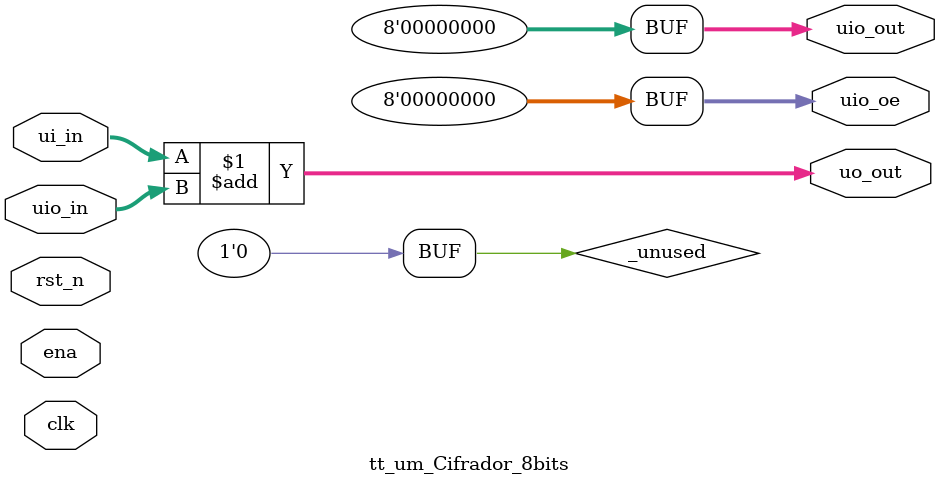
<source format=v>
/*
 * Copyright (c) 2024 Your Name
 * SPDX-License-Identifier: Apache-2.0
 */

`default_nettype none

module tt_um_Cifrador_8bits(
    input  wire [7:0] ui_in,    // Dedicated inputs
    output wire [7:0] uo_out,   // Dedicated outputs
    input  wire [7:0] uio_in,   // IOs: Input path
    output wire [7:0] uio_out,  // IOs: Output path
    output wire [7:0] uio_oe,   // IOs: Enable path (active high: 0=input, 1=output)
    input  wire       ena,      // always 1 when the design is powered, so you can ignore it
    input  wire       clk,      // clock
    input  wire       rst_n     // reset_n - low to reset
);

  // All output pins must be assigned. If not used, assign to 0.
  assign uo_out  = ui_in + uio_in;  // Example: ou_out is the sum of ui_in and uio_in
  assign uio_out = 0;
  assign uio_oe  = 0;

  // List all unused inputs to prevent warnings
  wire _unused = &{ena, clk, rst_n, 1'b0};

endmodule

</source>
